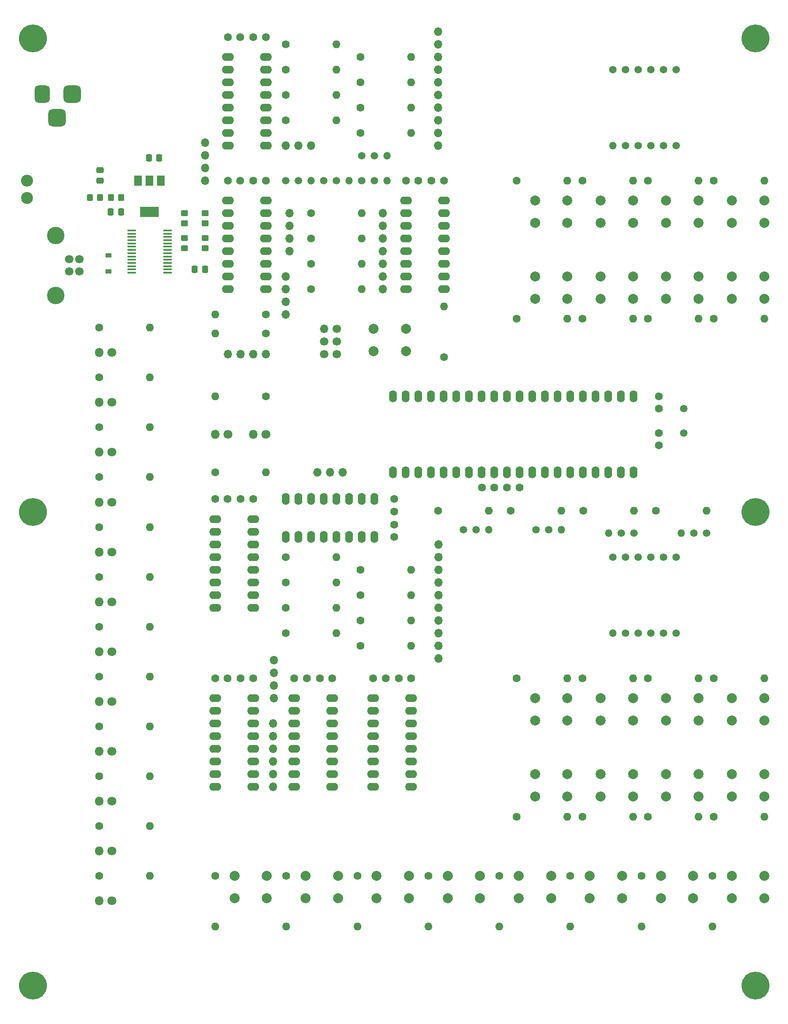
<source format=gts>
G04 #@! TF.GenerationSoftware,KiCad,Pcbnew,(6.0.8)*
G04 #@! TF.CreationDate,2022-10-29T17:31:59+02:00*
G04 #@! TF.ProjectId,magic_counter,6d616769-635f-4636-9f75-6e7465722e6b,rev?*
G04 #@! TF.SameCoordinates,Original*
G04 #@! TF.FileFunction,Soldermask,Top*
G04 #@! TF.FilePolarity,Negative*
%FSLAX46Y46*%
G04 Gerber Fmt 4.6, Leading zero omitted, Abs format (unit mm)*
G04 Created by KiCad (PCBNEW (6.0.8)) date 2022-10-29 17:31:59*
%MOMM*%
%LPD*%
G01*
G04 APERTURE LIST*
G04 Aperture macros list*
%AMRoundRect*
0 Rectangle with rounded corners*
0 $1 Rounding radius*
0 $2 $3 $4 $5 $6 $7 $8 $9 X,Y pos of 4 corners*
0 Add a 4 corners polygon primitive as box body*
4,1,4,$2,$3,$4,$5,$6,$7,$8,$9,$2,$3,0*
0 Add four circle primitives for the rounded corners*
1,1,$1+$1,$2,$3*
1,1,$1+$1,$4,$5*
1,1,$1+$1,$6,$7*
1,1,$1+$1,$8,$9*
0 Add four rect primitives between the rounded corners*
20,1,$1+$1,$2,$3,$4,$5,0*
20,1,$1+$1,$4,$5,$6,$7,0*
20,1,$1+$1,$6,$7,$8,$9,0*
20,1,$1+$1,$8,$9,$2,$3,0*%
G04 Aperture macros list end*
%ADD10C,1.600000*%
%ADD11O,1.600000X1.600000*%
%ADD12C,2.000000*%
%ADD13O,1.800000X1.800000*%
%ADD14C,1.800000*%
%ADD15O,1.700000X1.700000*%
%ADD16C,5.600000*%
%ADD17C,1.500000*%
%ADD18RoundRect,0.250000X-0.337500X-0.475000X0.337500X-0.475000X0.337500X0.475000X-0.337500X0.475000X0*%
%ADD19O,1.500000X1.500000*%
%ADD20R,1.200000X0.900000*%
%ADD21RoundRect,0.250000X0.475000X-0.337500X0.475000X0.337500X-0.475000X0.337500X-0.475000X-0.337500X0*%
%ADD22RoundRect,0.875000X-0.875000X-0.875000X0.875000X-0.875000X0.875000X0.875000X-0.875000X0.875000X0*%
%ADD23RoundRect,0.750000X-0.750000X-1.000000X0.750000X-1.000000X0.750000X1.000000X-0.750000X1.000000X0*%
%ADD24C,1.700000*%
%ADD25C,3.500000*%
%ADD26R,1.500000X2.000000*%
%ADD27R,3.800000X2.000000*%
%ADD28O,1.600000X2.400000*%
%ADD29O,2.400000X1.600000*%
%ADD30O,2.400000X2.400000*%
%ADD31C,2.400000*%
%ADD32RoundRect,0.250000X0.350000X0.450000X-0.350000X0.450000X-0.350000X-0.450000X0.350000X-0.450000X0*%
%ADD33RoundRect,0.250000X0.450000X-0.350000X0.450000X0.350000X-0.450000X0.350000X-0.450000X-0.350000X0*%
%ADD34R,1.750000X0.450000*%
%ADD35RoundRect,0.250000X-0.450000X0.325000X-0.450000X-0.325000X0.450000X-0.325000X0.450000X0.325000X0*%
%ADD36RoundRect,0.250000X0.337500X0.475000X-0.337500X0.475000X-0.337500X-0.475000X0.337500X-0.475000X0*%
%ADD37RoundRect,0.250000X-0.325000X-0.450000X0.325000X-0.450000X0.325000X0.450000X-0.325000X0.450000X0*%
G04 APERTURE END LIST*
D10*
X103660000Y-43740000D03*
D11*
X113820000Y-43740000D03*
D10*
X88660000Y-138954000D03*
D11*
X98820000Y-138954000D03*
D10*
X93740000Y-69980000D03*
D11*
X103900000Y-69980000D03*
D10*
X51250000Y-147850000D03*
D11*
X61410000Y-147850000D03*
D10*
X119210000Y-124551500D03*
D11*
X129370000Y-124551500D03*
D12*
X99124664Y-202350000D03*
X92624664Y-202350000D03*
X99124664Y-197850000D03*
X92624664Y-197850000D03*
X151803334Y-177434000D03*
X158303334Y-177434000D03*
X151803334Y-181934000D03*
X158303334Y-181934000D03*
X184623334Y-177434000D03*
X178123334Y-177434000D03*
X184623334Y-181934000D03*
X178123334Y-181934000D03*
D10*
X174463334Y-58360000D03*
D11*
X184623334Y-58360000D03*
D13*
X51250000Y-142850000D03*
D14*
X53790000Y-142850000D03*
D15*
X86235000Y-154574000D03*
X86235000Y-157114000D03*
X86235000Y-159654000D03*
X86235000Y-162194000D03*
D12*
X184623334Y-202350000D03*
X178123334Y-202350000D03*
X184623334Y-197850000D03*
X178123334Y-197850000D03*
X171463334Y-162194000D03*
X164963334Y-162194000D03*
X171463334Y-166694000D03*
X164963334Y-166694000D03*
D10*
X79540000Y-29580000D03*
X77040000Y-29580000D03*
X148343332Y-124551500D03*
D11*
X158503332Y-124551500D03*
D16*
X37892700Y-29848300D03*
D10*
X79620000Y-158194000D03*
X82120000Y-158194000D03*
X110440000Y-127374000D03*
X110440000Y-129874000D03*
D17*
X168505000Y-104116500D03*
X168505000Y-108996500D03*
D16*
X37892900Y-124848250D03*
D12*
X127624216Y-202350000D03*
X121124216Y-202350000D03*
X127624216Y-197850000D03*
X121124216Y-197850000D03*
D10*
X103660000Y-48820000D03*
D11*
X113820000Y-48820000D03*
D12*
X171463334Y-62360000D03*
X164963334Y-62360000D03*
X164963334Y-66860000D03*
X171463334Y-66860000D03*
D10*
X93740000Y-80140000D03*
D11*
X103900000Y-80140000D03*
D18*
X70360000Y-76170000D03*
X72435000Y-76170000D03*
D10*
X88660000Y-144034000D03*
D11*
X98820000Y-144034000D03*
D12*
X151803334Y-62360000D03*
X158303334Y-62360000D03*
X151803334Y-66860000D03*
X158303334Y-66860000D03*
D10*
X120415000Y-93740000D03*
D11*
X120415000Y-83580000D03*
D10*
X133776666Y-124551500D03*
D11*
X143936666Y-124551500D03*
D15*
X119300000Y-131334000D03*
X119300000Y-133874000D03*
X119300000Y-136414000D03*
X119300000Y-138954000D03*
X119300000Y-141494000D03*
X119300000Y-144034000D03*
X119300000Y-146574000D03*
X119300000Y-149114000D03*
X119300000Y-151654000D03*
X119300000Y-154194000D03*
D19*
X143936666Y-128366500D03*
D17*
X141396666Y-128366500D03*
X138856666Y-128366500D03*
D10*
X51250000Y-87850000D03*
D11*
X61410000Y-87850000D03*
D12*
X145143334Y-162194000D03*
X138643334Y-162194000D03*
X138643334Y-166694000D03*
X145143334Y-166694000D03*
D15*
X119250000Y-28500000D03*
X119250000Y-31040000D03*
X119250000Y-33580000D03*
X119250000Y-36120000D03*
X119250000Y-38660000D03*
X119250000Y-41200000D03*
X119250000Y-43740000D03*
X119250000Y-46280000D03*
X119250000Y-48820000D03*
X119250000Y-51360000D03*
D10*
X111320000Y-158194000D03*
X113820000Y-158194000D03*
X84660000Y-101616500D03*
D11*
X74500000Y-101616500D03*
D10*
X79620000Y-122254000D03*
X82120000Y-122254000D03*
X148143334Y-185934000D03*
D11*
X158303334Y-185934000D03*
D10*
X133025000Y-119966500D03*
X135525000Y-119966500D03*
X88749776Y-197850000D03*
D11*
X88749776Y-208010000D03*
D10*
X51250000Y-157850000D03*
D11*
X61410000Y-157850000D03*
D10*
X51250000Y-127850000D03*
D11*
X61410000Y-127850000D03*
D16*
X182892700Y-219848300D03*
D10*
X77000000Y-158194000D03*
X74500000Y-158194000D03*
X161303334Y-86100000D03*
D11*
X171463334Y-86100000D03*
D10*
X131499104Y-197850000D03*
D11*
X131499104Y-208010000D03*
D10*
X93740000Y-75060000D03*
D11*
X103900000Y-75060000D03*
D10*
X51250000Y-177850000D03*
D11*
X61410000Y-177850000D03*
D10*
X51250000Y-117850000D03*
D11*
X61410000Y-117850000D03*
D20*
X53066250Y-73320000D03*
X53066250Y-76620000D03*
D21*
X51370000Y-58360000D03*
X51370000Y-56285000D03*
D10*
X163505000Y-108996500D03*
X163505000Y-111496500D03*
D22*
X45770000Y-41052500D03*
D23*
X39770000Y-41052500D03*
D22*
X42770000Y-45752500D03*
D10*
X148143334Y-58360000D03*
D11*
X158303334Y-58360000D03*
D12*
X158303334Y-162194000D03*
X151803334Y-162194000D03*
X158303334Y-166694000D03*
X151803334Y-166694000D03*
D24*
X47217500Y-76620000D03*
X47217500Y-74120000D03*
X45217500Y-74120000D03*
X45217500Y-76620000D03*
D25*
X42507500Y-69350000D03*
X42507500Y-81390000D03*
D10*
X88660000Y-41200000D03*
D11*
X98820000Y-41200000D03*
D13*
X82120000Y-109236500D03*
D14*
X84660000Y-109236500D03*
D12*
X163873544Y-202350000D03*
X170373544Y-202350000D03*
X170373544Y-197850000D03*
X163873544Y-197850000D03*
D10*
X108700000Y-158194000D03*
X106200000Y-158194000D03*
D26*
X63610000Y-58360000D03*
D27*
X61310000Y-64660000D03*
D26*
X61310000Y-58360000D03*
X59010000Y-58360000D03*
D13*
X51250000Y-152850000D03*
D14*
X53790000Y-152850000D03*
D10*
X51250000Y-167850000D03*
D11*
X61410000Y-167850000D03*
D10*
X51250000Y-97850000D03*
D11*
X61410000Y-97850000D03*
D13*
X51250000Y-182850000D03*
D14*
X53790000Y-182850000D03*
D10*
X161303334Y-58360000D03*
D11*
X171463334Y-58360000D03*
D12*
X184623334Y-62360000D03*
X178123334Y-62360000D03*
X184623334Y-66860000D03*
X178123334Y-66860000D03*
D28*
X110165000Y-116856500D03*
X112705000Y-116856500D03*
X115245000Y-116856500D03*
X117785000Y-116856500D03*
X120325000Y-116856500D03*
X122865000Y-116856500D03*
X125405000Y-116856500D03*
X127945000Y-116856500D03*
X130485000Y-116856500D03*
X133025000Y-116856500D03*
X135565000Y-116856500D03*
X138105000Y-116856500D03*
X140645000Y-116856500D03*
X143185000Y-116856500D03*
X145725000Y-116856500D03*
X148265000Y-116856500D03*
X150805000Y-116856500D03*
X153345000Y-116856500D03*
X155885000Y-116856500D03*
X158425000Y-116856500D03*
X158425000Y-101616500D03*
X155885000Y-101616500D03*
X153345000Y-101616500D03*
X150805000Y-101616500D03*
X148265000Y-101616500D03*
X145725000Y-101616500D03*
X143185000Y-101616500D03*
X140645000Y-101616500D03*
X138105000Y-101616500D03*
X135565000Y-101616500D03*
X133025000Y-101616500D03*
X130485000Y-101616500D03*
X127945000Y-101616500D03*
X125405000Y-101616500D03*
X122865000Y-101616500D03*
X120325000Y-101616500D03*
X117785000Y-101616500D03*
X115245000Y-101616500D03*
X112705000Y-101616500D03*
X110165000Y-101616500D03*
D12*
X84874888Y-202350000D03*
X78374888Y-202350000D03*
X84874888Y-197850000D03*
X78374888Y-197850000D03*
D19*
X154250000Y-149114000D03*
D17*
X156790000Y-149114000D03*
X159330000Y-149114000D03*
X161870000Y-149114000D03*
X164410000Y-149114000D03*
X166950000Y-149114000D03*
X166950000Y-133874000D03*
X164410000Y-133874000D03*
X161870000Y-133874000D03*
X159330000Y-133874000D03*
X156790000Y-133874000D03*
X154250000Y-133874000D03*
D29*
X74500000Y-126254000D03*
X74500000Y-128794000D03*
X74500000Y-131334000D03*
X74500000Y-133874000D03*
X74500000Y-136414000D03*
X74500000Y-138954000D03*
X74500000Y-141494000D03*
X74500000Y-144034000D03*
X82120000Y-144034000D03*
X82120000Y-141494000D03*
X82120000Y-138954000D03*
X82120000Y-136414000D03*
X82120000Y-133874000D03*
X82120000Y-131334000D03*
X82120000Y-128794000D03*
X82120000Y-126254000D03*
D30*
X36710000Y-58360000D03*
D31*
X36710000Y-61860000D03*
D10*
X148143334Y-86100000D03*
D11*
X158303334Y-86100000D03*
D10*
X77000000Y-122254000D03*
X74500000Y-122254000D03*
X88660000Y-46280000D03*
D11*
X98820000Y-46280000D03*
D10*
X130485000Y-119966500D03*
X127985000Y-119966500D03*
D13*
X51250000Y-102850000D03*
D14*
X53790000Y-102850000D03*
D10*
X74500000Y-116856500D03*
D11*
X84660000Y-116856500D03*
D10*
X102999552Y-197850000D03*
D11*
X102999552Y-208010000D03*
D12*
X171463334Y-77600000D03*
X164963334Y-77600000D03*
X164963334Y-82100000D03*
X171463334Y-82100000D03*
D10*
X51250000Y-187850000D03*
D11*
X61410000Y-187850000D03*
D10*
X103660000Y-136414000D03*
D11*
X113820000Y-136414000D03*
D15*
X100090000Y-116856500D03*
X97550000Y-116856500D03*
X95010000Y-116856500D03*
D32*
X55625000Y-61740000D03*
X53625000Y-61740000D03*
D10*
X117863500Y-58360000D03*
X120363500Y-58360000D03*
D15*
X88660000Y-51360000D03*
X91200000Y-51360000D03*
X93740000Y-51360000D03*
D10*
X51250000Y-197850000D03*
D11*
X61410000Y-197850000D03*
D29*
X74500000Y-162194000D03*
X74500000Y-164734000D03*
X74500000Y-167274000D03*
X74500000Y-169814000D03*
X74500000Y-172354000D03*
X74500000Y-174894000D03*
X74500000Y-177434000D03*
X74500000Y-179974000D03*
X82120000Y-179974000D03*
X82120000Y-177434000D03*
X82120000Y-174894000D03*
X82120000Y-172354000D03*
X82120000Y-169814000D03*
X82120000Y-167274000D03*
X82120000Y-164734000D03*
X82120000Y-162194000D03*
X112795000Y-62360000D03*
X112795000Y-64900000D03*
X112795000Y-67440000D03*
X112795000Y-69980000D03*
X112795000Y-72520000D03*
X112795000Y-75060000D03*
X112795000Y-77600000D03*
X112795000Y-80140000D03*
X120415000Y-80140000D03*
X120415000Y-77600000D03*
X120415000Y-75060000D03*
X120415000Y-72520000D03*
X120415000Y-69980000D03*
X120415000Y-67440000D03*
X120415000Y-64900000D03*
X120415000Y-62360000D03*
D33*
X68330000Y-66900000D03*
X68330000Y-64900000D03*
D10*
X88660000Y-133874000D03*
D11*
X98820000Y-133874000D03*
D12*
X138643334Y-66860000D03*
X145143334Y-66860000D03*
X145143334Y-62360000D03*
X138643334Y-62360000D03*
D29*
X90350000Y-162194000D03*
X90350000Y-164734000D03*
X90350000Y-167274000D03*
X90350000Y-169814000D03*
X90350000Y-172354000D03*
X90350000Y-174894000D03*
X90350000Y-177434000D03*
X90350000Y-179974000D03*
X97970000Y-179974000D03*
X97970000Y-177434000D03*
X97970000Y-174894000D03*
X97970000Y-172354000D03*
X97970000Y-169814000D03*
X97970000Y-167274000D03*
X97970000Y-164734000D03*
X97970000Y-162194000D03*
D28*
X88660000Y-129874000D03*
X91200000Y-129874000D03*
X93740000Y-129874000D03*
X96280000Y-129874000D03*
X98820000Y-129874000D03*
X101360000Y-129874000D03*
X103900000Y-129874000D03*
X106440000Y-129874000D03*
X106440000Y-122254000D03*
X103900000Y-122254000D03*
X101360000Y-122254000D03*
X98820000Y-122254000D03*
X96280000Y-122254000D03*
X93740000Y-122254000D03*
X91200000Y-122254000D03*
X88660000Y-122254000D03*
D16*
X182892900Y-29848200D03*
D10*
X134983334Y-58360000D03*
D11*
X145143334Y-58360000D03*
D13*
X51250000Y-112850000D03*
D14*
X53790000Y-112850000D03*
D29*
X77040000Y-33580000D03*
X77040000Y-36120000D03*
X77040000Y-38660000D03*
X77040000Y-41200000D03*
X77040000Y-43740000D03*
X77040000Y-46280000D03*
X77040000Y-48820000D03*
X77040000Y-51360000D03*
X84660000Y-51360000D03*
X84660000Y-48820000D03*
X84660000Y-46280000D03*
X84660000Y-43740000D03*
X84660000Y-41200000D03*
X84660000Y-38660000D03*
X84660000Y-36120000D03*
X84660000Y-33580000D03*
D10*
X93740000Y-64900000D03*
D11*
X103900000Y-64900000D03*
D10*
X103660000Y-38660000D03*
D11*
X113820000Y-38660000D03*
D15*
X72435000Y-50740000D03*
X72435000Y-53280000D03*
X72435000Y-55820000D03*
X72435000Y-58360000D03*
D12*
X156123768Y-202350000D03*
X149623768Y-202350000D03*
X156123768Y-197850000D03*
X149623768Y-197850000D03*
D11*
X145143334Y-158194000D03*
D10*
X134983334Y-158194000D03*
D19*
X153423332Y-129086500D03*
D17*
X155963332Y-129086500D03*
X158503332Y-129086500D03*
D10*
X79540000Y-58360000D03*
X77040000Y-58360000D03*
X51250000Y-107850000D03*
D11*
X61410000Y-107850000D03*
D19*
X93740000Y-58360000D03*
D17*
X91200000Y-58360000D03*
X88660000Y-58360000D03*
D12*
X138643334Y-77600000D03*
X145143334Y-77600000D03*
X145143334Y-82100000D03*
X138643334Y-82100000D03*
D13*
X74500000Y-109236500D03*
D14*
X77040000Y-109236500D03*
D15*
X77040000Y-93140000D03*
X79580000Y-93140000D03*
X82120000Y-93140000D03*
X84660000Y-93140000D03*
D34*
X64910000Y-76825000D03*
X64910000Y-76175000D03*
X64910000Y-75525000D03*
X64910000Y-74875000D03*
X64910000Y-74225000D03*
X64910000Y-73575000D03*
X64910000Y-72925000D03*
X64910000Y-72275000D03*
X64910000Y-71625000D03*
X64910000Y-70975000D03*
X64910000Y-70325000D03*
X64910000Y-69675000D03*
X64910000Y-69025000D03*
X64910000Y-68375000D03*
X57710000Y-68375000D03*
X57710000Y-69025000D03*
X57710000Y-69675000D03*
X57710000Y-70325000D03*
X57710000Y-70975000D03*
X57710000Y-71625000D03*
X57710000Y-72275000D03*
X57710000Y-72925000D03*
X57710000Y-73575000D03*
X57710000Y-74225000D03*
X57710000Y-74875000D03*
X57710000Y-75525000D03*
X57710000Y-76175000D03*
X57710000Y-76825000D03*
D10*
X82160000Y-58360000D03*
X84660000Y-58360000D03*
D12*
X138643334Y-177434000D03*
X145143334Y-177434000D03*
X138643334Y-181934000D03*
X145143334Y-181934000D03*
D16*
X182892700Y-124848250D03*
D13*
X51250000Y-122850000D03*
D14*
X53790000Y-122850000D03*
D12*
X151803334Y-77600000D03*
X158303334Y-77600000D03*
X151803334Y-82100000D03*
X158303334Y-82100000D03*
D35*
X72435000Y-69900000D03*
X72435000Y-71950000D03*
D10*
X84660000Y-89030000D03*
D11*
X74500000Y-89030000D03*
D10*
X82160000Y-29580000D03*
X84660000Y-29580000D03*
X162910000Y-124551500D03*
D11*
X173070000Y-124551500D03*
D10*
X161303334Y-158194000D03*
D11*
X171463334Y-158194000D03*
D10*
X145748880Y-197850000D03*
D11*
X145748880Y-208010000D03*
D19*
X101360000Y-58360000D03*
D17*
X98820000Y-58360000D03*
X96280000Y-58360000D03*
D10*
X92850000Y-158194000D03*
X90350000Y-158194000D03*
X103660000Y-141494000D03*
D11*
X113820000Y-141494000D03*
D10*
X174463334Y-86100000D03*
D11*
X184623334Y-86100000D03*
D15*
X108147500Y-80140000D03*
X108147500Y-77600000D03*
X108147500Y-75060000D03*
X108147500Y-72520000D03*
X108147500Y-69980000D03*
X108147500Y-67440000D03*
X108147500Y-64900000D03*
D13*
X51250000Y-192850000D03*
D14*
X53790000Y-192850000D03*
D10*
X174463334Y-185934000D03*
D11*
X184623334Y-185934000D03*
D29*
X77040000Y-62360000D03*
X77040000Y-64900000D03*
X77040000Y-67440000D03*
X77040000Y-69980000D03*
X77040000Y-72520000D03*
X77040000Y-75060000D03*
X77040000Y-77600000D03*
X77040000Y-80140000D03*
X84660000Y-80140000D03*
X84660000Y-77600000D03*
X84660000Y-75060000D03*
X84660000Y-72520000D03*
X84660000Y-69980000D03*
X84660000Y-67440000D03*
X84660000Y-64900000D03*
X84660000Y-62360000D03*
D10*
X51250000Y-137850000D03*
D11*
X61410000Y-137850000D03*
D10*
X103660000Y-33580000D03*
D11*
X113820000Y-33580000D03*
D10*
X161303334Y-185934000D03*
D11*
X171463334Y-185934000D03*
D19*
X108980000Y-58360000D03*
D17*
X106440000Y-58360000D03*
X103900000Y-58360000D03*
D15*
X88660000Y-85220000D03*
X88660000Y-82680000D03*
X88660000Y-80140000D03*
X88660000Y-77600000D03*
D10*
X134983334Y-86100000D03*
D11*
X145143334Y-86100000D03*
D10*
X88660000Y-36120000D03*
D11*
X98820000Y-36120000D03*
D10*
X115243500Y-58360000D03*
X112743500Y-58360000D03*
X159998656Y-197850000D03*
D11*
X159998656Y-208010000D03*
D13*
X51250000Y-202850000D03*
D14*
X53790000Y-202850000D03*
D10*
X117249328Y-197850000D03*
D11*
X117249328Y-208010000D03*
D16*
X37892900Y-219848200D03*
D10*
X88660000Y-31040000D03*
D11*
X98820000Y-31040000D03*
D10*
X84660000Y-85220000D03*
D11*
X74500000Y-85220000D03*
D12*
X184623334Y-77600000D03*
X178123334Y-77600000D03*
X178123334Y-82100000D03*
X184623334Y-82100000D03*
D18*
X61212500Y-53800000D03*
X63287500Y-53800000D03*
D12*
X135373992Y-202350000D03*
X141873992Y-202350000D03*
X135373992Y-197850000D03*
X141873992Y-197850000D03*
D29*
X106200000Y-162194000D03*
X106200000Y-164734000D03*
X106200000Y-167274000D03*
X106200000Y-169814000D03*
X106200000Y-172354000D03*
X106200000Y-174894000D03*
X106200000Y-177434000D03*
X106200000Y-179974000D03*
X113820000Y-179974000D03*
X113820000Y-177434000D03*
X113820000Y-174894000D03*
X113820000Y-172354000D03*
X113820000Y-169814000D03*
X113820000Y-167274000D03*
X113820000Y-164734000D03*
X113820000Y-162194000D03*
D15*
X86100000Y-167274000D03*
X86100000Y-169814000D03*
X86100000Y-172354000D03*
X86100000Y-174894000D03*
X86100000Y-177434000D03*
X86100000Y-179974000D03*
D13*
X51250000Y-162850000D03*
D14*
X53790000Y-162850000D03*
D10*
X95470000Y-158194000D03*
X97970000Y-158194000D03*
D12*
X178123334Y-162194000D03*
X184623334Y-162194000D03*
X178123334Y-166694000D03*
X184623334Y-166694000D03*
D10*
X88660000Y-149114000D03*
D11*
X98820000Y-149114000D03*
D33*
X72435000Y-66900000D03*
X72435000Y-64900000D03*
D35*
X68330000Y-69900000D03*
X68330000Y-71950000D03*
D19*
X129370000Y-128366500D03*
D17*
X126830000Y-128366500D03*
X124290000Y-128366500D03*
D10*
X103660000Y-151654000D03*
D11*
X113820000Y-151654000D03*
D12*
X171463334Y-177434000D03*
X164963334Y-177434000D03*
X164963334Y-181934000D03*
X171463334Y-181934000D03*
D15*
X96370000Y-88060000D03*
D24*
X98910000Y-88060000D03*
X96370000Y-90600000D03*
X98910000Y-90600000D03*
X96370000Y-93140000D03*
X98910000Y-93140000D03*
D19*
X154250000Y-51360000D03*
D17*
X156790000Y-51360000D03*
X159330000Y-51360000D03*
X161870000Y-51360000D03*
X164410000Y-51360000D03*
X166950000Y-51360000D03*
X166950000Y-36120000D03*
X164410000Y-36120000D03*
X161870000Y-36120000D03*
X159330000Y-36120000D03*
X156790000Y-36120000D03*
X154250000Y-36120000D03*
D36*
X55625000Y-64660000D03*
X53550000Y-64660000D03*
D19*
X167990000Y-129086500D03*
D17*
X170530000Y-129086500D03*
X173070000Y-129086500D03*
D37*
X49320000Y-61740000D03*
X51370000Y-61740000D03*
D10*
X103660000Y-146574000D03*
D11*
X113820000Y-146574000D03*
D15*
X89400000Y-64900000D03*
X89400000Y-67440000D03*
X89400000Y-69980000D03*
X89400000Y-72520000D03*
D12*
X106295000Y-92560000D03*
X112795000Y-92560000D03*
X106295000Y-88060000D03*
X112795000Y-88060000D03*
D13*
X51250000Y-132850000D03*
D14*
X53790000Y-132850000D03*
D10*
X174463334Y-158194000D03*
D11*
X184623334Y-158194000D03*
D10*
X110440000Y-124754000D03*
X110440000Y-122254000D03*
D19*
X108980000Y-53360000D03*
D17*
X106440000Y-53360000D03*
X103900000Y-53360000D03*
D11*
X145143334Y-185934000D03*
D10*
X134983334Y-185934000D03*
D12*
X106874440Y-202350000D03*
X113374440Y-202350000D03*
X106874440Y-197850000D03*
X113374440Y-197850000D03*
D13*
X51250000Y-92850000D03*
D14*
X53790000Y-92850000D03*
D10*
X148143334Y-158194000D03*
D11*
X158303334Y-158194000D03*
D10*
X74500000Y-197850000D03*
D11*
X74500000Y-208010000D03*
D13*
X51250000Y-172850000D03*
D14*
X53790000Y-172850000D03*
D10*
X163505000Y-104116500D03*
X163505000Y-101616500D03*
X174248432Y-197850000D03*
D11*
X174248432Y-208010000D03*
M02*

</source>
